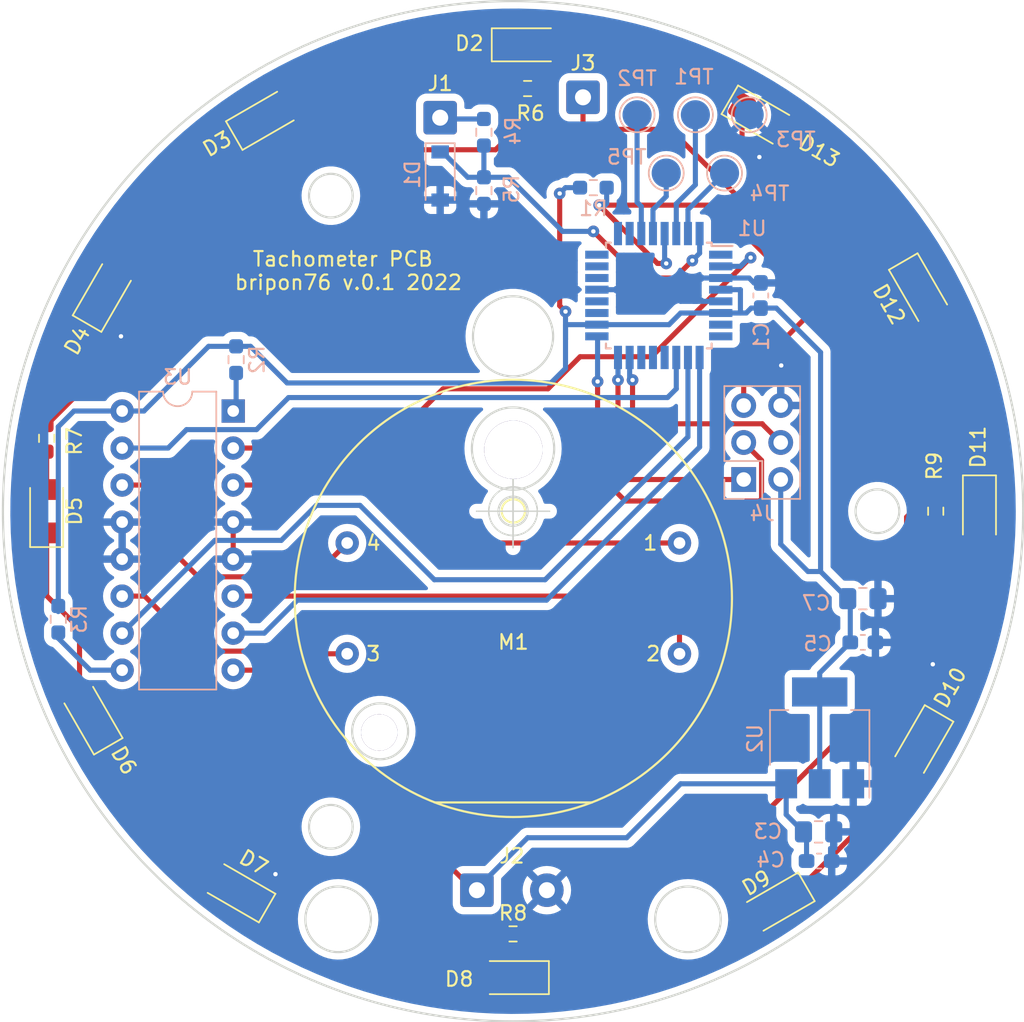
<source format=kicad_pcb>
(kicad_pcb (version 20211014) (generator pcbnew)
  (layers (0 "F.Cu" signal) (31 "B.Cu" signal) (34 "B.Paste" user) (35 "F.Paste" user) (36 "B.SilkS" user "B.Silkscreen") (37 "F.SilkS" user "F.Silkscreen") (38 "B.Mask" user) (39 "F.Mask" user) (44 "Edge.Cuts" user))
  (net 0 "")
  (net 1 "VCC")
  (net 2 "GND")
  (net 3 "Net-(J1-Pad1)")
  (net 4 "+12V")
  (net 5 "/I2C_SCL")
  (net 6 "/I2C_SDA")
  (net 7 "/MISO")
  (net 8 "/A1")
  (net 9 "/STEPPER_A1")
  (net 12 "/STEPPER_A2")
  (net 13 "/STEPPER_B1")
  (net 14 "/STEPPER_B2")
  (net 18 "/SCK")
  (net 19 "/MOSI")
  (net 20 "/RST")
  (net 27 "/UART_RX")
  (net 28 "/UART_TX")
  (net 29 "/TACHO")
  (net 30 "/A2")
  (net 31 "/B1")
  (net 32 "/B2")
  (net 33 "Net-(R2-Pad1)")
  (net 34 "Net-(R3-Pad1)")
  (net 37 "Net-(D2-Pad1)")
  (net 38 "Net-(D2-Pad2)")
  (net 39 "Net-(D3-Pad1)")
  (net 40 "Net-(D5-Pad1)")
  (net 41 "Net-(D5-Pad2)")
  (net 42 "Net-(D6-Pad1)")
  (net 43 "Net-(D8-Pad1)")
  (net 44 "Net-(D8-Pad2)")
  (net 45 "Net-(D10-Pad2)")
  (net 46 "Net-(D11-Pad1)")
  (net 47 "Net-(D11-Pad2)")
  (net 48 "Net-(D12-Pad1)")
  (net 49 "Net-(J3-Pad1)")
  (footprint "Resistor_SMD:R_0603_1608Metric_Pad0.98x0.95mm_HandSolder" (layer "F.Cu") (at 100 129)
    (fp_text reference "R8" (at 0 -1.43) (layer "F.SilkS"))
    (fp_text value "470")
    (pad "1" smd roundrect (at -0.9125 0) (size 0.975 0.95) (layers "F.Cu" "F.Paste" "F.Mask") (net 44 "Net-(D8-Pad2)"))
    (pad "2" smd roundrect (at 0.9125 0) (size 0.975 0.95) (layers "F.Cu" "F.Paste" "F.Mask") (net 49 "Net-(J3-Pad1)"))
  )
  (footprint "LED_SMD:LED_1206_3216Metric_Pad1.42x1.75mm_HandSolder" (layer "F.Cu") (at 71 114 120)
    (fp_text reference "D6" (at -3.834679 0.441858 120) (layer "F.SilkS"))
    (fp_text value "LED_Small")
    (pad "1" smd roundrect (at -1.4875 0 120) (size 1.425 1.75) (layers "F.Cu" "F.Paste" "F.Mask") (roundrect_rratio 0.1754392982) (net 42 "Net-(D6-Pad1)"))
    (pad "2" smd roundrect (at 1.4875 0 120) (size 1.425 1.75) (layers "F.Cu" "F.Paste" "F.Mask") (roundrect_rratio 0.1754392982) (net 40 "Net-(D5-Pad1)"))
  )
  (footprint "LED_SMD:LED_1206_3216Metric_Pad1.42x1.75mm_HandSolder" (layer "F.Cu") (at 81 126 150)
    (fp_text reference "D7" (at -0.08923 2.245448 150) (layer "F.SilkS"))
    (fp_text value "LED_Small")
    (pad "1" smd roundrect (at -1.4875 0 150) (size 1.425 1.75) (layers "F.Cu" "F.Paste" "F.Mask") (roundrect_rratio 0.1754392982) (net 2 "GND"))
    (pad "2" smd roundrect (at 1.4875 0 150) (size 1.425 1.75) (layers "F.Cu" "F.Paste" "F.Mask") (roundrect_rratio 0.1754392982) (net 42 "Net-(D6-Pad1)"))
  )
  (footprint "LED_SMD:LED_1206_3216Metric_Pad1.42x1.75mm_HandSolder" (layer "F.Cu") (at 83 73 30)
    (fp_text reference "D3" (at -3.757884 -0.091154 30) (layer "F.SilkS"))
    (fp_text value "LED_Small")
    (pad "1" smd roundrect (at -1.4875 0 30) (size 1.425 1.75) (layers "F.Cu" "F.Paste" "F.Mask") (roundrect_rratio 0.1754392982) (net 39 "Net-(D3-Pad1)"))
    (pad "2" smd roundrect (at 1.4875 0 30) (size 1.425 1.75) (layers "F.Cu" "F.Paste" "F.Mask") (roundrect_rratio 0.1754392982) (net 37 "Net-(D2-Pad1)"))
  )
  (footprint "LED_SMD:LED_1206_3216Metric_Pad1.42x1.75mm_HandSolder" (layer "F.Cu") (at 117 73 -30)
    (fp_text reference "D13" (at 4.614102 -0.008142 150) (layer "F.SilkS"))
    (fp_text value "LED_Small")
    (pad "1" smd roundrect (at -1.4875 0 330) (size 1.425 1.75) (layers "F.Cu" "F.Paste" "F.Mask") (roundrect_rratio 0.1754392982) (net 2 "GND"))
    (pad "2" smd roundrect (at 1.4875 0 330) (size 1.425 1.75) (layers "F.Cu" "F.Paste" "F.Mask") (roundrect_rratio 0.1754392982) (net 48 "Net-(D12-Pad1)"))
  )
  (footprint "TestPoint:X27-168" (layer "F.Cu") (at 100.02 105.98)
    (fp_text reference "M1" (at 0 3) (layer "F.SilkS"))
    (fp_text value "Stepper_Motor_bipolar")
    (fp_text user "1" (at 9.4 -3.8) (layer "F.SilkS"))
    (fp_text user "4" (at -9.6 -3.8) (layer "F.SilkS"))
    (fp_text user "3" (at -9.6 3.8) (layer "F.SilkS"))
    (fp_text user "2" (at 9.6 3.8) (layer "F.SilkS"))
    (pad "" thru_hole circle (at -9.2 9.2) (size 2.5 2.5) (drill 2.5) (layers *.Cu *.Mask))
    (pad "" thru_hole circle (at 0 -10.2) (size 4 4) (drill 4) (layers *.Cu *.Mask))
    (pad "1" thru_hole circle (at 11.4 -3.8) (size 1.6 1.6) (drill 0.8) (layers *.Cu *.Mask) (net 8 "/A1"))
    (pad "2" thru_hole circle (at 11.4 3.8) (size 1.6 1.6) (drill 0.8) (layers *.Cu *.Mask) (net 30 "/A2"))
    (pad "3" thru_hole circle (at -11.4 3.8) (size 1.6 1.6) (drill 0.8) (layers *.Cu *.Mask) (net 31 "/B1"))
    (pad "4" thru_hole circle (at -11.4 -3.8) (size 1.6 1.6) (drill 0.8) (layers *.Cu *.Mask) (net 32 "/B2"))
  )
  (footprint "LED_SMD:LED_1206_3216Metric_Pad1.42x1.75mm_HandSolder" (layer "F.Cu") (at 118 127 -150)
    (fp_text reference "D9" (at 0.375833 1.949038 30) (layer "F.SilkS"))
    (fp_text value "LED_Small")
    (pad "1" smd roundrect (at -1.4875 0 210) (size 1.425 1.75) (layers "F.Cu" "F.Paste" "F.Mask") (roundrect_rratio 0.1754392982) (net 45 "Net-(D10-Pad2)"))
    (pad "2" smd roundrect (at 1.4875 0 210) (size 1.425 1.75) (layers "F.Cu" "F.Paste" "F.Mask") (roundrect_rratio 0.1754392982) (net 43 "Net-(D8-Pad1)"))
  )
  (footprint "LED_SMD:LED_1206_3216Metric_Pad1.42x1.75mm_HandSolder" (layer "F.Cu") (at 72 85 60)
    (fp_text reference "D4" (at -3.807884 0.004552 60) (layer "F.SilkS"))
    (fp_text value "LED_Small")
    (pad "1" smd roundrect (at -1.4875 0 60) (size 1.425 1.75) (layers "F.Cu" "F.Paste" "F.Mask") (roundrect_rratio 0.1754392982) (net 2 "GND"))
    (pad "2" smd roundrect (at 1.4875 0 60) (size 1.425 1.75) (layers "F.Cu" "F.Paste" "F.Mask") (roundrect_rratio 0.1754392982) (net 39 "Net-(D3-Pad1)"))
  )
  (footprint "Resistor_SMD:R_0603_1608Metric_Pad0.98x0.95mm_HandSolder" (layer "F.Cu") (at 129 100 90)
    (fp_text reference "R9" (at 3.1 -0.1 90) (layer "F.SilkS"))
    (fp_text value "470")
    (pad "1" smd roundrect (at -0.9125 0 90) (size 0.975 0.95) (layers "F.Cu" "F.Paste" "F.Mask") (net 47 "Net-(D11-Pad2)"))
    (pad "2" smd roundrect (at 0.9125 0 90) (size 0.975 0.95) (layers "F.Cu" "F.Paste" "F.Mask") (net 49 "Net-(J3-Pad1)"))
  )
  (footprint "Connector_Wire:SolderWire-0.5sqmm_1x01_D0.9mm_OD2.3mm" (layer "F.Cu") (at 104.8 71.6)
    (fp_text reference "J3" (at 0 -2.35) (layer "F.SilkS"))
    (fp_text value "Light in")
    (pad "1" thru_hole roundrect (at 0 0) (size 2.3 2.3) (drill 1.1) (layers *.Cu *.Mask) (roundrect_rratio 0.108696087) (net 49 "Net-(J3-Pad1)"))
  )
  (footprint "LED_SMD:LED_1206_3216Metric_Pad1.42x1.75mm_HandSolder" (layer "F.Cu") (at 100 132 180)
    (fp_text reference "D8" (at 3.7 -0.1) (layer "F.SilkS"))
    (fp_text value "LED_Small")
    (pad "1" smd roundrect (at -1.4875 0 180) (size 1.425 1.75) (layers "F.Cu" "F.Paste" "F.Mask") (roundrect_rratio 0.1754392982) (net 43 "Net-(D8-Pad1)"))
    (pad "2" smd roundrect (at 1.4875 0 180) (size 1.425 1.75) (layers "F.Cu" "F.Paste" "F.Mask") (roundrect_rratio 0.1754392982) (net 44 "Net-(D8-Pad2)"))
  )
  (footprint "LED_SMD:LED_1206_3216Metric_Pad1.42x1.75mm_HandSolder" (layer "F.Cu") (at 101 68)
    (fp_text reference "D2" (at -4 -0.1) (layer "F.SilkS"))
    (fp_text value "LED_Small")
    (pad "1" smd roundrect (at -1.4875 0) (size 1.425 1.75) (layers "F.Cu" "F.Paste" "F.Mask") (roundrect_rratio 0.1754392982) (net 37 "Net-(D2-Pad1)"))
    (pad "2" smd roundrect (at 1.4875 0) (size 1.425 1.75) (layers "F.Cu" "F.Paste" "F.Mask") (roundrect_rratio 0.1754392982) (net 38 "Net-(D2-Pad2)"))
  )
  (footprint "LED_SMD:LED_1206_3216Metric_Pad1.42x1.75mm_HandSolder" (layer "F.Cu") (at 128 85 -60)
    (fp_text reference "D12" (at -0.40718 2.305256 120) (layer "F.SilkS"))
    (fp_text value "LED_Small")
    (pad "1" smd roundrect (at -1.4875 0 300) (size 1.425 1.75) (layers "F.Cu" "F.Paste" "F.Mask") (roundrect_rratio 0.1754392982) (net 48 "Net-(D12-Pad1)"))
    (pad "2" smd roundrect (at 1.4875 0 300) (size 1.425 1.75) (layers "F.Cu" "F.Paste" "F.Mask") (roundrect_rratio 0.1754392982) (net 46 "Net-(D11-Pad1)"))
  )
  (footprint "Resistor_SMD:R_0603_1608Metric_Pad0.98x0.95mm_HandSolder" (layer "F.Cu") (at 68 95 90)
    (fp_text reference "R7" (at -0.2 1.9 90) (layer "F.SilkS"))
    (fp_text value "470")
    (pad "1" smd roundrect (at -0.9125 0 90) (size 0.975 0.95) (layers "F.Cu" "F.Paste" "F.Mask") (net 41 "Net-(D5-Pad2)"))
    (pad "2" smd roundrect (at 0.9125 0 90) (size 0.975 0.95) (layers "F.Cu" "F.Paste" "F.Mask") (net 49 "Net-(J3-Pad1)"))
  )
  (footprint "Resistor_SMD:R_0603_1608Metric_Pad0.98x0.95mm_HandSolder" (layer "F.Cu") (at 101 71 180)
    (fp_text reference "R6" (at -0.2 -1.7) (layer "F.SilkS"))
    (fp_text value "470")
    (pad "1" smd roundrect (at -0.9125 0 180) (size 0.975 0.95) (layers "F.Cu" "F.Paste" "F.Mask") (net 38 "Net-(D2-Pad2)"))
    (pad "2" smd roundrect (at 0.9125 0 180) (size 0.975 0.95) (layers "F.Cu" "F.Paste" "F.Mask") (net 49 "Net-(J3-Pad1)"))
  )
  (footprint "LED_SMD:LED_1206_3216Metric_Pad1.42x1.75mm_HandSolder" (layer "F.Cu") (at 68 100 90)
    (fp_text reference "D5" (at 0 1.9 90) (layer "F.SilkS"))
    (fp_text value "LED_Small")
    (pad "1" smd roundrect (at -1.4875 0 90) (size 1.425 1.75) (layers "F.Cu" "F.Paste" "F.Mask") (roundrect_rratio 0.1754392982) (net 40 "Net-(D5-Pad1)"))
    (pad "2" smd roundrect (at 1.4875 0 90) (size 1.425 1.75) (layers "F.Cu" "F.Paste" "F.Mask") (roundrect_rratio 0.1754392982) (net 41 "Net-(D5-Pad2)"))
  )
  (footprint "LED_SMD:LED_1206_3216Metric_Pad1.42x1.75mm_HandSolder" (layer "F.Cu") (at 128 116 -120)
    (fp_text reference "D10" (at -4.377499 0.217949 60) (layer "F.SilkS"))
    (fp_text value "LED_Small")
    (pad "1" smd roundrect (at -1.4875 0 240) (size 1.425 1.75) (layers "F.Cu" "F.Paste" "F.Mask") (roundrect_rratio 0.1754392982) (net 2 "GND"))
    (pad "2" smd roundrect (at 1.4875 0 240) (size 1.425 1.75) (layers "F.Cu" "F.Paste" "F.Mask") (roundrect_rratio 0.1754392982) (net 45 "Net-(D10-Pad2)"))
  )
  (footprint "LED_SMD:LED_1206_3216Metric_Pad1.42x1.75mm_HandSolder" (layer "F.Cu") (at 132 100 -90)
    (fp_text reference "D11" (at -4.4 0.1 90) (layer "F.SilkS"))
    (fp_text value "LED_Small")
    (pad "1" smd roundrect (at -1.4875 0 270) (size 1.425 1.75) (layers "F.Cu" "F.Paste" "F.Mask") (roundrect_rratio 0.1754392982) (net 46 "Net-(D11-Pad1)"))
    (pad "2" smd roundrect (at 1.4875 0 270) (size 1.425 1.75) (layers "F.Cu" "F.Paste" "F.Mask") (roundrect_rratio 0.1754392982) (net 47 "Net-(D11-Pad2)"))
  )
  (footprint "Connector_Wire:SolderWire-0.5sqmm_1x02_P4.8mm_D0.9mm_OD2.3mm" (layer "F.Cu") (at 97.52 126)
    (fp_text reference "J2" (at 2.4 -2.35) (layer "F.SilkS"))
    (fp_text value "Voltage In")
    (pad "1" thru_hole roundrect (at 0 0) (size 2.3 2.3) (drill 1.1) (layers *.Cu *.Mask) (roundrect_rratio 0.108696087) (net 4 "+12V"))
    (pad "2" thru_hole circle (at 4.8 0) (size 2.3 2.3) (drill 1.1) (layers *.Cu *.Mask) (net 2 "GND"))
  )
  (footprint "Connector_Wire:SolderWire-0.5sqmm_1x01_D0.9mm_OD2.3mm" (layer "F.Cu") (at 95 73)
    (fp_text reference "J1" (at 0 -2.35) (layer "F.SilkS"))
    (fp_text value "RPM In")
    (pad "1" thru_hole roundrect (at 0 0) (size 2.3 2.3) (drill 1.1) (layers *.Cu *.Mask) (roundrect_rratio 0.108696087) (net 3 "Net-(J1-Pad1)"))
  )
  (footprint "Resistor_SMD:R_0603_1608Metric_Pad0.98x0.95mm_HandSolder" (layer "B.Cu") (at 105.51 77.8)
    (fp_text reference "R1" (at 0 1.43) (layer "B.SilkS") (effects (justify mirror)))
    (fp_text value "10K")
    (pad "1" smd roundrect (at -0.9125 0) (size 0.975 0.95) (layers "B.Cu" "B.Paste" "B.Mask") (net 1 "VCC"))
    (pad "2" smd roundrect (at 0.9125 0) (size 0.975 0.95) (layers "B.Cu" "B.Paste" "B.Mask") (net 20 "/RST"))
  )
  (footprint "Capacitor_SMD:C_0603_1608Metric_Pad1.08x0.95mm_HandSolder" (layer "B.Cu") (at 117 85.2 90)
    (fp_text reference "C1" (at -2.8125 0.04 90) (layer "B.SilkS") (effects (justify mirror)))
    (fp_text value "100nF")
    (pad "1" smd roundrect (at -0.8625 0 90) (size 1.075 0.95) (layers "B.Cu" "B.Paste" "B.Mask") (net 1 "VCC"))
    (pad "2" smd roundrect (at 0.8625 0 90) (size 1.075 0.95) (layers "B.Cu" "B.Paste" "B.Mask") (net 2 "GND"))
  )
  (footprint "Resistor_SMD:R_0603_1608Metric_Pad0.98x0.95mm_HandSolder" (layer "B.Cu") (at 81 89.6 90)
    (fp_text reference "R2" (at 0 1.43 90) (layer "B.SilkS") (effects (justify mirror)))
    (fp_text value "10K")
    (pad "1" smd roundrect (at -0.9125 0 90) (size 0.975 0.95) (layers "B.Cu" "B.Paste" "B.Mask") (net 33 "Net-(R2-Pad1)"))
    (pad "2" smd roundrect (at 0.9125 0 90) (size 0.975 0.95) (layers "B.Cu" "B.Paste" "B.Mask") (net 1 "VCC"))
  )
  (footprint "Capacitor_SMD:C_0603_1608Metric_Pad1.08x0.95mm_HandSolder" (layer "B.Cu") (at 124 109)
    (fp_text reference "C5" (at -3.1 0.1) (layer "B.SilkS") (effects (justify mirror)))
    (fp_text value "100nF")
    (pad "1" smd roundrect (at -0.8625 0) (size 1.075 0.95) (layers "B.Cu" "B.Paste" "B.Mask") (net 1 "VCC"))
    (pad "2" smd roundrect (at 0.8625 0) (size 1.075 0.95) (layers "B.Cu" "B.Paste" "B.Mask") (net 2 "GND"))
  )
  (footprint "TestPoint:TestPoint_Pad_D2.0mm" (layer "B.Cu") (at 110.51 76.8 180)
    (fp_text reference "TP5" (at 2.71 1.1) (layer "B.SilkS") (effects (justify mirror)))
    (fp_text value "TestPoint")
    (pad "1" smd circle (at 0 0 180) (size 2 2) (layers "B.Cu" "B.Mask") (net 5 "/I2C_SCL"))
  )
  (footprint "Resistor_SMD:R_0603_1608Metric_Pad0.98x0.95mm_HandSolder" (layer "B.Cu") (at 98 78 -90)
    (fp_text reference "R5" (at -0.1 -1.9 90) (layer "B.SilkS") (effects (justify mirror)))
    (fp_text value "2.2k")
    (pad "1" smd roundrect (at -0.9125 0 270) (size 0.975 0.95) (layers "B.Cu" "B.Paste" "B.Mask") (net 29 "/TACHO"))
    (pad "2" smd roundrect (at 0.9125 0 270) (size 0.975 0.95) (layers "B.Cu" "B.Paste" "B.Mask") (net 2 "GND"))
  )
  (footprint "Capacitor_SMD:C_0805_2012Metric_Pad1.18x1.45mm_HandSolder" (layer "B.Cu") (at 124 106)
    (fp_text reference "C7" (at -3.2 0.3) (layer "B.SilkS") (effects (justify mirror)))
    (fp_text value "10µF")
    (pad "1" smd roundrect (at -1.0375 0) (size 1.175 1.45) (layers "B.Cu" "B.Paste" "B.Mask") (roundrect_rratio 0.2127659574) (net 1 "VCC"))
    (pad "2" smd roundrect (at 1.0375 0) (size 1.175 1.45) (layers "B.Cu" "B.Paste" "B.Mask") (roundrect_rratio 0.2127659574) (net 2 "GND"))
  )
  (footprint "Capacitor_SMD:C_0805_2012Metric_Pad1.18x1.45mm_HandSolder" (layer "B.Cu") (at 120.9625 122)
    (fp_text reference "C3" (at -3.4775 -0.03) (layer "B.SilkS") (effects (justify mirror)))
    (fp_text value "10µF")
    (pad "1" smd roundrect (at -1.0375 0) (size 1.175 1.45) (layers "B.Cu" "B.Paste" "B.Mask") (roundrect_rratio 0.2127659574) (net 4 "+12V"))
    (pad "2" smd roundrect (at 1.0375 0) (size 1.175 1.45) (layers "B.Cu" "B.Paste" "B.Mask") (roundrect_rratio 0.2127659574) (net 2 "GND"))
  )
  (footprint "Capacitor_SMD:C_0603_1608Metric_Pad1.08x0.95mm_HandSolder" (layer "B.Cu") (at 121 124)
    (fp_text reference "C4" (at -3.32 -0.08) (layer "B.SilkS") (effects (justify mirror)))
    (fp_text value "100nF")
    (pad "1" smd roundrect (at -0.8625 0) (size 1.075 0.95) (layers "B.Cu" "B.Paste" "B.Mask") (net 4 "+12V"))
    (pad "2" smd roundrect (at 0.8625 0) (size 1.075 0.95) (layers "B.Cu" "B.Paste" "B.Mask") (net 2 "GND"))
  )
  (footprint "Resistor_SMD:R_0603_1608Metric_Pad0.98x0.95mm_HandSolder" (layer "B.Cu") (at 98 74 -90)
    (fp_text reference "R4" (at -0.1 -2 90) (layer "B.SilkS") (effects (justify mirror)))
    (fp_text value "3.3k")
    (pad "1" smd roundrect (at -0.9125 0 270) (size 0.975 0.95) (layers "B.Cu" "B.Paste" "B.Mask") (net 3 "Net-(J1-Pad1)"))
    (pad "2" smd roundrect (at 0.9125 0 270) (size 0.975 0.95) (layers "B.Cu" "B.Paste" "B.Mask") (net 29 "/TACHO"))
  )
  (footprint "TestPoint:TestPoint_Pad_D2.0mm" (layer "B.Cu") (at 108.51 72.8 180)
    (fp_text reference "TP2" (at 0.01 2.5) (layer "B.SilkS") (effects (justify mirror)))
    (fp_text value "TestPoint")
    (pad "1" smd circle (at 0 0 180) (size 2 2) (layers "B.Cu" "B.Mask") (net 6 "/I2C_SDA"))
  )
  (footprint "Package_TO_SOT_SMD:SOT-223-3_TabPin2" (layer "B.Cu") (at 121.04 115.55 90)
    (fp_text reference "U2" (at -0.05 -4.44 90) (layer "B.SilkS") (effects (justify mirror)))
    (fp_text value "AMS1117-5.0")
    (pad "1" smd rect (at -3.15 2.3 90) (size 2 1.5) (layers "B.Cu" "B.Paste" "B.Mask") (net 2 "GND"))
    (pad "2" smd rect (at -3.15 0 90) (size 2 1.5) (layers "B.Cu" "B.Paste" "B.Mask") (net 1 "VCC"))
    (pad "2" smd rect (at 3.15 0 90) (size 2 3.8) (layers "B.Cu" "B.Paste" "B.Mask") (net 1 "VCC"))
    (pad "3" smd rect (at -3.15 -2.3 90) (size 2 1.5) (layers "B.Cu" "B.Paste" "B.Mask") (net 4 "+12V"))
  )
  (footprint "TestPoint:TestPoint_Pad_D2.0mm" (layer "B.Cu") (at 114.51 76.8 180)
    (fp_text reference "TP4" (at -3.09 -1.4) (layer "B.SilkS") (effects (justify mirror)))
    (fp_text value "TestPoint")
    (pad "1" smd circle (at 0 0 180) (size 2 2) (layers "B.Cu" "B.Mask") (net 28 "/UART_TX"))
  )
  (footprint "Connector_PinHeader_2.54mm:PinHeader_2x03_P2.54mm_Vertical" (layer "B.Cu") (at 115.825 97.825)
    (fp_text reference "J4" (at 1.27 2.33) (layer "B.SilkS") (effects (justify mirror)))
    (fp_text value "AVR-ISP-6")
    (pad "1" thru_hole rect (at 0 0) (size 1.7 1.7) (drill 1) (layers *.Cu *.Mask) (net 7 "/MISO"))
    (pad "2" thru_hole oval (at 2.54 0) (size 1.7 1.7) (drill 1) (layers *.Cu *.Mask) (net 1 "VCC"))
    (pad "3" thru_hole oval (at 0 -2.54) (size 1.7 1.7) (drill 1) (layers *.Cu *.Mask) (net 18 "/SCK"))
    (pad "4" thru_hole oval (at 2.54 -2.54) (size 1.7 1.7) (drill 1) (layers *.Cu *.Mask) (net 19 "/MOSI"))
    (pad "5" thru_hole oval (at 0 -5.08) (size 1.7 1.7) (drill 1) (layers *.Cu *.Mask) (net 20 "/RST"))
    (pad "6" thru_hole oval (at 2.54 -5.08) (size 1.7 1.7) (drill 1) (layers *.Cu *.Mask) (net 2 "GND"))
  )
  (footprint "Resistor_SMD:R_0603_1608Metric_Pad0.98x0.95mm_HandSolder" (layer "B.Cu") (at 68.8 107.4125 90)
    (fp_text reference "R3" (at 0 1.43 90) (layer "B.SilkS") (effects (justify mirror)))
    (fp_text value "10K")
    (pad "1" smd roundrect (at -0.9125 0 90) (size 0.975 0.95) (layers "B.Cu" "B.Paste" "B.Mask") (net 34 "Net-(R3-Pad1)"))
    (pad "2" smd roundrect (at 0.9125 0 90) (size 0.975 0.95) (layers "B.Cu" "B.Paste" "B.Mask") (net 1 "VCC"))
  )
  (footprint "TestPoint:TestPoint_Pad_D2.0mm" (layer "B.Cu") (at 116.2 72.8 180)
    (fp_text reference "TP3" (at -3.2 -1.7) (layer "B.SilkS") (effects (justify mirror)))
    (fp_text value "TestPoint")
    (pad "1" smd circle (at 0 0 180) (size 2 2) (layers "B.Cu" "B.Mask") (net 2 "GND"))
  )
  (footprint "Package_DIP:DIP-16_W7.62mm" (layer "B.Cu") (at 80.8 93.125 180)
    (fp_text reference "U3" (at 3.81 2.33) (layer "B.SilkS") (effects (justify mirror)))
    (fp_text value "L293D")
    (pad "1" thru_hole rect (at 0 0 180) (size 1.6 1.6) (drill 0.8) (layers *.Cu *.Mask) (net 33 "Net-(R2-Pad1)"))
    (pad "2" thru_hole oval (at 0 -2.54 180) (size 1.6 1.6) (drill 0.8) (layers *.Cu *.Mask) (net 9 "/STEPPER_A1"))
    (pad "3" thru_hole oval (at 0 -5.08 180) (size 1.6 1.6) (drill 0.8) (layers *.Cu *.Mask) (net 8 "/A1"))
    (pad "4" thru_hole oval (at 0 -7.62 180) (size 1.6 1.6) (drill 0.8) (layers *.Cu *.Mask) (net 2 "GND"))
    (pad "5" thru_hole oval (at 0 -10.16 180) (size 1.6 1.6) (drill 0.8) (layers *.Cu *.Mask) (net 2 "GND"))
    (pad "6" thru_hole oval (at 0 -12.7 180) (size 1.6 1.6) (drill 0.8) (layers *.Cu *.Mask) (net 30 "/A2"))
    (pad "7" thru_hole oval (at 0 -15.24 180) (size 1.6 1.6) (drill 0.8) (layers *.Cu *.Mask) (net 12 "/STEPPER_A2"))
    (pad "8" thru_hole oval (at 0 -17.78 180) (size 1.6 1.6) (drill 0.8) (layers *.Cu *.Mask) (net 4 "+12V"))
    (pad "9" thru_hole oval (at 7.62 -17.78 180) (size 1.6 1.6) (drill 0.8) (layers *.Cu *.Mask) (net 34 "Net-(R3-Pad1)"))
    (pad "10" thru_hole oval (at 7.62 -15.24 180) (size 1.6 1.6) (drill 0.8) (layers *.Cu *.Mask) (net 13 "/STEPPER_B1"))
    (pad "11" thru_hole oval (at 7.62 -12.7 180) (size 1.6 1.6) (drill 0.8) (layers *.Cu *.Mask) (net 31 "/B1"))
    (pad "12" thru_hole oval (at 7.62 -10.16 180) (size 1.6 1.6) (drill 0.8) (layers *.Cu *.Mask) (net 2 "GND"))
    (pad "13" thru_hole oval (at 7.62 -7.62 180) (size 1.6 1.6) (drill 0.8) (layers *.Cu *.Mask) (net 2 "GND"))
    (pad "14" thru_hole oval (at 7.62 -5.08 180) (size 1.6 1.6) (drill 0.8) (layers *.Cu *.Mask) (net 32 "/B2"))
    (pad "15" thru_hole oval (at 7.62 -2.54 180) (size 1.6 1.6) (drill 0.8) (layers *.Cu *.Mask) (net 14 "/STEPPER_B2"))
    (pad "16" thru_hole oval (at 7.62 0 180) (size 1.6 1.6) (drill 0.8) (layers *.Cu *.Mask) (net 1 "VCC"))
  )
  (footprint "Package_QFP:TQFP-32_7x7mm_P0.8mm" (layer "B.Cu") (at 110 85.2 180)
    (fp_text reference "U1" (at -6.4 4.6) (layer "B.SilkS") (effects (justify mirror)))
    (fp_text value "ATmega328P-A")
    (pad "1" smd rect (at -4.25 2.8 180) (size 1.6 0.55) (layers "B.Cu" "B.Paste" "B.Mask"))
    (pad "2" smd rect (at -4.25 2 180) (size 1.6 0.55) (layers "B.Cu" "B.Paste" "B.Mask") (net 9 "/STEPPER_A1"))
    (pad "3" smd rect (at -4.25 1.2 180) (size 1.6 0.55) (layers "B.Cu" "B.Paste" "B.Mask") (net 2 "GND"))
    (pad "4" smd rect (at -4.25 0.4 180) (size 1.6 0.55) (layers "B.Cu" "B.Paste" "B.Mask") (net 1 "VCC"))
    (pad "5" smd rect (at -4.25 -0.4 180) (size 1.6 0.55) (layers "B.Cu" "B.Paste" "B.Mask") (net 2 "GND"))
    (pad "6" smd rect (at -4.25 -1.2 180) (size 1.6 0.55) (layers "B.Cu" "B.Paste" "B.Mask") (net 1 "VCC"))
    (pad "7" smd rect (at -4.25 -2 180) (size 1.6 0.55) (layers "B.Cu" "B.Paste" "B.Mask"))
    (pad "8" smd rect (at -4.25 -2.8 180) (size 1.6 0.55) (layers "B.Cu" "B.Paste" "B.Mask"))
    (pad "9" smd rect (at -2.8 -4.25 90) (size 1.6 0.55) (layers "B.Cu" "B.Paste" "B.Mask") (net 12 "/STEPPER_A2"))
    (pad "10" smd rect (at -2 -4.25 90) (size 1.6 0.55) (layers "B.Cu" "B.Paste" "B.Mask") (net 13 "/STEPPER_B1"))
    (pad "11" smd rect (at -1.2 -4.25 90) (size 1.6 0.55) (layers "B.Cu" "B.Paste" "B.Mask") (net 14 "/STEPPER_B2"))
    (pad "12" smd rect (at -0.4 -4.25 90) (size 1.6 0.55) (layers "B.Cu" "B.Paste" "B.Mask"))
    (pad "13" smd rect (at 0.4 -4.25 90) (size 1.6 0.55) (layers "B.Cu" "B.Paste" "B.Mask"))
    (pad "14" smd rect (at 1.2 -4.25 90) (size 1.6 0.55) (layers "B.Cu" "B.Paste" "B.Mask"))
    (pad "15" smd rect (at 2 -4.25 90) (size 1.6 0.55) (layers "B.Cu" "B.Paste" "B.Mask") (net 19 "/MOSI"))
    (pad "16" smd rect (at 2.8 -4.25 90) (size 1.6 0.55) (layers "B.Cu" "B.Paste" "B.Mask") (net 7 "/MISO"))
    (pad "17" smd rect (at 4.25 -2.8 180) (size 1.6 0.55) (layers "B.Cu" "B.Paste" "B.Mask") (net 18 "/SCK"))
    (pad "18" smd rect (at 4.25 -2 180) (size 1.6 0.55) (layers "B.Cu" "B.Paste" "B.Mask") (net 1 "VCC"))
    (pad "19" smd rect (at 4.25 -1.2 180) (size 1.6 0.55) (layers "B.Cu" "B.Paste" "B.Mask"))
    (pad "20" smd rect (at 4.25 -0.4 180) (size 1.6 0.55) (layers "B.Cu" "B.Paste" "B.Mask"))
    (pad "21" smd rect (at 4.25 0.4 180) (size 1.6 0.55) (layers "B.Cu" "B.Paste" "B.Mask") (net 2 "GND"))
    (pad "22" smd rect (at 4.25 1.2 180) (size 1.6 0.55) (layers "B.Cu" "B.Paste" "B.Mask"))
    (pad "23" smd rect (at 4.25 2 180) (size 1.6 0.55) (layers "B.Cu" "B.Paste" "B.Mask"))
    (pad "24" smd rect (at 4.25 2.8 180) (size 1.6 0.55) (layers "B.Cu" "B.Paste" "B.Mask"))
    (pad "25" smd rect (at 2.8 4.25 90) (size 1.6 0.55) (layers "B.Cu" "B.Paste" "B.Mask"))
    (pad "26" smd rect (at 2 4.25 90) (size 1.6 0.55) (layers "B.Cu" "B.Paste" "B.Mask"))
    (pad "27" smd rect (at 1.2 4.25 90) (size 1.6 0.55) (layers "B.Cu" "B.Paste" "B.Mask") (net 6 "/I2C_SDA"))
    (pad "28" smd rect (at 0.4 4.25 90) (size 1.6 0.55) (layers "B.Cu" "B.Paste" "B.Mask") (net 5 "/I2C_SCL"))
    (pad "29" smd rect (at -0.4 4.25 90) (size 1.6 0.55) (layers "B.Cu" "B.Paste" "B.Mask") (net 20 "/RST"))
    (pad "30" smd rect (at -1.2 4.25 90) (size 1.6 0.55) (layers "B.Cu" "B.Paste" "B.Mask") (net 27 "/UART_RX"))
    (pad "31" smd rect (at -2 4.25 90) (size 1.6 0.55) (layers "B.Cu" "B.Paste" "B.Mask") (net 28 "/UART_TX"))
    (pad "32" smd rect (at -2.8 4.25 90) (size 1.6 0.55) (layers "B.Cu" "B.Paste" "B.Mask") (net 29 "/TACHO"))
  )
  (footprint "Diode_SMD:D_SOD-123" (layer "B.Cu") (at 95 77 -90)
    (fp_text reference "D1" (at -0.1 1.9 90) (layer "B.SilkS") (effects (justify mirror)))
    (fp_text value "5V1")
    (pad "1" smd rect (at -1.65 0 270) (size 0.9 1.2) (layers "B.Cu" "B.Paste" "B.Mask") (net 29 "/TACHO"))
    (pad "2" smd rect (at 1.65 0 270) (size 0.9 1.2) (layers "B.Cu" "B.Paste" "B.Mask") (net 2 "GND"))
  )
  (footprint "TestPoint:TestPoint_Pad_D2.0mm" (layer "B.Cu") (at 112.51 72.8 180)
    (fp_text reference "TP1" (at 0.11 2.6) (layer "B.SilkS") (effects (justify mirror)))
    (fp_text value "TestPoint")
    (pad "1" smd circle (at 0 0 180) (size 2 2) (layers "B.Cu" "B.Mask") (net 27 "/UART_RX"))
  )
  (gr_circle (center 87.5 78.35) (end 89 78.35) (layer "Edge.Cuts") (width 0.15) (fill none))
  (gr_circle (center 88 128) (end 90.25 128) (layer "Edge.Cuts") (width 0.15) (fill none))
  (gr_circle (center 87.5 121.65) (end 89 121.65) (layer "Edge.Cuts") (width 0.15) (fill none))
  (gr_circle (center 100 88) (end 102.75 88) (layer "Edge.Cuts") (width 0.15) (fill none))
  (gr_circle (center 100 100) (end 101 100) (layer "Edge.Cuts") (width 0.15) (fill none))
  (gr_circle (center 100 95.7) (end 102.823119 95.7) (layer "Edge.Cuts") (width 0.15) (fill none))
  (gr_circle (center 125 100) (end 126.5 100) (layer "Edge.Cuts") (width 0.15) (fill none))
  (gr_circle (center 112 128) (end 114.25 128) (layer "Edge.Cuts") (width 0.15) (fill none))
  (gr_circle (center 100 100) (end 135 100) (layer "Edge.Cuts") (width 0.15) (fill none))
  (gr_circle (center 90.879063 115.1) (end 92.8 115.1) (layer "Edge.Cuts") (width 0.15) (fill none))
  (gr_text "Tachometer PCB \nbripon76 v.0.1 2022" (at 88.7 83.5) (layer "F.SilkS") (effects (font (size 1 1))))
  (target plus (at 100 100) (size 5) (width 0.1) (layer "Edge.Cuts"))
  (target plus (at 100 100) (size 5) (width 0.1) (layer "Edge.Cuts"))
  (segment (start 103.2 85.9) (end 103.6 86.3) (width 0.35) (layer "F.Cu") (net 1))
  (segment (start 103.2 78.2) (end 103.2 85.9) (width 0.35) (layer "F.Cu") (net 1))
  (via (at 103.2 78.2) (size 0.8) (drill 0.3) (layers "F.Cu" "B.Cu") (net 1))
  (via (at 103.6 86.3) (size 0.8) (drill 0.3) (layers "F.Cu" "B.Cu") (net 1))
  (segment (start 118.365 102.265) (end 120.2375 104.1375) (width 0.35) (layer "B.Cu") (net 1))
  (segment (start 121.04 111.0975) (end 123.1375 109) (width 0.35) (layer "B.Cu") (net 1))
  (segment (start 115.6 86.4) (end 114.25 86.4) (width 0.35) (layer "B.Cu") (net 1))
  (segment (start 84.5 91.2) (end 81.9875 88.6875) (width 0.35) (layer "B.Cu") (net 1))
  (segment (start 115.6 84.8) (end 115.6 86.4) (width 0.35) (layer "B.Cu") (net 1))
  (segment (start 117 86.0625) (end 118.0625 86.0625) (width 0.35) (layer "B.Cu") (net 1))
  (segment (start 103.6 77.8) (end 103.2 78.2) (width 0.35) (layer "B.Cu") (net 1))
  (segment (start 121.04 112.4) (end 121.04 111.0975) (width 0.35) (layer "B.Cu") (net 1))
  (segment (start 81.9875 88.6875) (end 79.1125 88.6875) (width 0.35) (layer "B.Cu") (net 1))
  (segment (start 121.1 104.1375) (end 122.9625 106) (width 0.35) (layer "B.Cu") (net 1))
  (segment (start 74.675 93.125) (end 73.18 93.125) (width 0.35) (layer "B.Cu") (net 1))
  (segment (start 123.1375 109) (end 123.1375 106.175) (width 0.35) (layer "B.Cu") (net 1))
  (segment (start 118.365 97.825) (end 118.365 102.265) (width 0.35) (layer "B.Cu") (net 1))
  (segment (start 114.25 86.4) (end 111.5 86.4) (width 0.35) (layer "B.Cu") (net 1))
  (segment (start 103.6 86.3) (end 103.6 88.2) (width 0.35) (layer "B.Cu") (net 1))
  (segment (start 121.1 89.1) (end 121.1 104.1375) (width 0.35) (layer "B.Cu") (net 1))
  (segment (start 120.2375 104.1375) (end 121.1 104.1375) (width 0.35) (layer "B.Cu") (net 1))
  (segment (start 118.0625 86.0625) (end 121.1 89.1) (width 0.35) (layer "B.Cu") (net 1))
  (segment (start 110.7 87.2) (end 105.75 87.2) (width 0.35) (layer "B.Cu") (net 1))
  (segment (start 116 86.4) (end 115.6 86.4) (width 0.35) (layer "B.Cu") (net 1))
  (segment (start 103.6 88.2) (end 103.6 87.2) (width 0.35) (layer "B.Cu") (net 1))
  (segment (start 111.5 86.4) (end 110.7 87.2) (width 0.35) (layer "B.Cu") (net 1))
  (segment (start 73.18 93.125) (end 69.875 93.125) (width 0.35) (layer "B.Cu") (net 1))
  (segment (start 103.6 90.2) (end 102.6 91.2) (width 0.35) (layer "B.Cu") (net 1))
  (segment (start 103.6 88.2) (end 103.6 90.2) (width 0.35) (layer "B.Cu") (net 1))
  (segment (start 103.6 87.2) (end 105.75 87.2) (width 0.35) (layer "B.Cu") (net 1))
  (segment (start 69.875 93.125) (end 68.8 94.2) (width 0.35) (layer "B.Cu") (net 1))
  (segment (start 102.6 91.2) (end 84.5 91.2) (width 0.35) (layer "B.Cu") (net 1))
  (segment (start 123.1375 106.175) (end 122.9625 106) (width 0.35) (layer "B.Cu") (net 1))
  (segment (start 79.1125 88.6875) (end 74.675 93.125) (width 0.35) (layer "B.Cu") (net 1))
  (segment (start 121.04 112.4) (end 121.04 118.7) (width 0.35) (layer "B.Cu") (net 1))
  (segment (start 116.3375 86.0625) (end 116 86.4) (width 0.35) (layer "B.Cu") (net 1))
  (segment (start 117 86.0625) (end 116.3375 86.0625) (width 0.35) (layer "B.Cu") (net 1))
  (segment (start 68.8 94.2) (end 68.8 106.8875) (width 0.35) (layer "B.Cu") (net 1))
  (segment (start 114.25 84.8) (end 115.6 84.8) (width 0.35) (layer "B.Cu") (net 1))
  (segment (start 104.5975 77.8) (end 103.6 77.8) (width 0.35) (layer "B.Cu") (net 1))
  (segment (start 118.365 90.035) (end 118.4 90) (width 0.35) (layer "F.Cu") (net 2))
  (segment (start 71.25625 86.288213) (end 71.388213 86.288213) (width 0.35) (layer "F.Cu") (net 2))
  (segment (start 115.711787 74.511787) (end 116.9 75.7) (width 0.35) (layer "F.Cu") (net 2))
  (segment (start 80.8 100.745) (end 80.8 103.285) (width 0.35) (layer "F.Cu") (net 2))
  (segment (start 118.365 92.745) (end 118.365 90.035) (width 0.35) (layer "F.Cu") (net 2))
  (segment (start 71.388213 86.288213) (end 73.1 88) (width 0.35) (layer "F.Cu") (net 2))
  (segment (start 128.74375 110.55625) (end 128.8 110.5) (width 0.35) (layer "F.Cu") (net 2))
  (segment (start 82.288213 126.311787) (end 83.7 124.9) (width 0.35) (layer "F.Cu") (net 2))
  (segment (start 115.711787 72.25625) (end 115.711787 74.511787) (width 0.35) (layer "F.Cu") (net 2))
  (segment (start 82.288213 126.74375) (end 82.288213 126.311787) (width 0.35) (layer "F.Cu") (net 2))
  (segment (start 128.74375 114.711787) (end 128.74375 110.55625) (width 0.35) (layer "F.Cu") (net 2))
  (via (at 128.8 110.5) (size 0.8) (drill 0.3) (layers "F.Cu" "B.Cu") (net 2))
  (via (at 83.7 124.9) (size 0.8) (drill 0.3) (layers "F.Cu" "B.Cu") (net 2))
  (via (at 116.9 75.7) (size 0.8) (drill 0.3) (layers "F.Cu" "B.Cu") (net 2))
  (via (at 73.1 88) (size 0.8) (drill 0.3) (layers "F.Cu" "B.Cu") (net 2))
  (via (at 118.4 90) (size 0.8) (drill 0.3) (layers "F.Cu" "B.Cu") (net 2))
  (segment (start 114.25 84) (end 112.8 84) (width 0.35) (layer "B.Cu") (net 2))
  (segment (start 116.5375 84.3375) (end 116.2 84) (width 0.35) (layer "B.Cu") (net 2))
  (segment (start 112.8 84) (end 112.6 84.2) (width 0.35) (layer "B.Cu") (net 2))
  (segment (start 110.7 84.8) (end 105.75 84.8) (width 0.35) (layer "B.Cu") (net 2))
  (segment (start 116.2 84) (end 114.25 84) (width 0.35) (layer "B.Cu") (net 2))
  (segment (start 112.4 85.6) (end 114.25 85.6) (width 0.35) (layer "B.Cu") (net 2))
  (segment (start 112.6 84.2) (end 112.6 85.6) (width 0.35) (layer "B.Cu") (net 2))
  (segment (start 112.4 85.6) (end 111.5 85.6) (width 0.35) (layer "B.Cu") (net 2))
  (segment (start 117 84.3375) (end 116.5375 84.3375) (width 0.35) (layer "B.Cu") (net 2))
  (segment (start 111.5 85.6) (end 110.7 84.8) (width 0.35) (layer "B.Cu") (net 2))
  (segment (start 112.6 85.6) (end 112.4 85.6) (width 0.35) (layer "B.Cu") (net 2))
  (segment (start 98 73.0875) (end 95.0875 73.0875) (width 0.35) (layer "B.Cu") (net 3))
  (segment (start 95.0875 73.0875) (end 95 73) (width 0.35) (layer "B.Cu") (net 3))
  (segment (start 80.8 110.905) (end 82.205 110.905) (width 0.35) (layer "F.Cu") (net 4))
  (segment (start 82.205 110.905) (end 97.3 126) (width 0.35) (layer "F.Cu") (net 4))
  (segment (start 97.3 126) (end 97.52 126) (width 0.35) (layer "F.Cu") (net 4))
  (segment (start 111.5 118.7) (end 107.8 122.4) (width 0.35) (layer "B.Cu") (net 4))
  (segment (start 120.1375 124) (end 120.1375 122.2125) (width 0.35) (layer "B.Cu") (net 4))
  (segment (start 119.925 122) (end 118.74 120.815) (width 0.35) (layer "B.Cu") (net 4))
  (segment (start 120.1375 122.2125) (end 119.925 122) (width 0.35) (layer "B.Cu") (net 4))
  (segment (start 97.52 125.88) (end 97.52 126) (width 0.35) (layer "B.Cu") (net 4))
  (segment (start 118.74 120.815) (end 118.74 118.7) (width 0.35) (layer "B.Cu") (net 4))
  (segment (start 101 122.4) (end 97.52 125.88) (width 0.35) (layer "B.Cu") (net 4))
  (segment (start 107.8 122.4) (end 101 122.4) (width 0.35) (layer "B.Cu") (net 4))
  (segment (start 118.74 118.7) (end 111.5 118.7) (width 0.35) (layer "B.Cu") (net 4))
  (segment (start 110.51 76.8) (end 110.51 78.4) (width 0.35) (layer "B.Cu") (net 5))
  (segment (start 110.51 78.4) (end 109.6 79.31) (width 0.35) (layer "B.Cu") (net 5))
  (segment (start 109.6 79.31) (end 109.6 80.82) (width 0.35) (layer "B.Cu") (net 5))
  (segment (start 108.51 72.8) (end 108.51 78.8) (width 0.35) (layer "B.Cu") (net 6))
  (segment (start 108.51 78.8) (end 108.8 79.09) (width 0.35) (layer "B.Cu") (net 6))
  (segment (start 108.8 79.09) (end 108.8 80.82) (width 0.35) (layer "B.Cu") (net 6))
  (segment (start 107.875 97.825) (end 115.825 97.825) (width 0.35) (layer "F.Cu") (net 7))
  (segment (start 107.2 91) (end 107.2 97.3) (width 0.35) (layer "F.Cu") (net 7))
  (segment (start 107.2 97.3) (end 107.8 97.9) (width 0.35) (layer "F.Cu") (net 7))
  (segment (start 107.8 97.9) (end 107.875 97.825) (width 0.35) (layer "F.Cu") (net 7))
  (via (at 107.2 91) (size 0.8) (drill 0.3) (layers "F.Cu" "B.Cu") (net 7))
  (segment (start 107.2 89.45) (end 107.2 91) (width 0.35) (layer "B.Cu") (net 7))
  (segment (start 91.005 98.205) (end 94.98 102.18) (width 0.35) (layer "F.Cu") (net 8))
  (segment (start 80.8 98.205) (end 91.005 98.205) (width 0.35) (layer "F.Cu") (net 8))
  (segment (start 94.98 102.18) (end 111.42 102.18) (width 0.35) (layer "F.Cu") (net 8))
  (segment (start 104.6 89.4) (end 102.4 91.6) (width 0.35) (layer "F.Cu") (net 9))
  (segment (start 95.2 91.6) (end 91.135 95.665) (width 0.35) (layer "F.Cu") (net 9))
  (segment (start 109.5 89.4) (end 104.6 89.4) (width 0.35) (layer "F.Cu") (net 9))
  (segment (start 91.135 95.665) (end 80.8 95.665) (width 0.35) (layer "F.Cu") (net 9))
  (segment (start 116.3 82.6) (end 109.5 89.4) (width 0.35) (layer "F.Cu") (net 9))
  (segment (start 102.4 91.6) (end 95.2 91.6) (width 0.35) (layer "F.Cu") (net 9))
  (via (at 116.3 82.6) (size 0.8) (drill 0.3) (layers "F.Cu" "B.Cu") (net 9))
  (segment (start 115.6 83.2) (end 116.1 82.7) (width 0.35) (layer "B.Cu") (net 9))
  (segment (start 116.2 82.6) (end 116.3 82.6) (width 0.35) (layer "B.Cu") (net 9))
  (segment (start 114.25 83.2) (end 115.6 83.2) (width 0.35) (layer "B.Cu") (net 9))
  (segment (start 116.1 82.7) (end 116.2 82.6) (width 0.35) (layer "B.Cu") (net 9))
  (segment (start 112.8 89.45) (end 112.8 95.6) (width 0.35) (layer "B.Cu") (net 12))
  (segment (start 85.2 106.1) (end 82.935 108.365) (width 0.35) (layer "B.Cu") (net 12))
  (segment (start 102.3 106.1) (end 85.2 106.1) (width 0.35) (layer "B.Cu") (net 12))
  (segment (start 112.8 95.6) (end 102.3 106.1) (width 0.35) (layer "B.Cu") (net 12))
  (segment (start 82.935 108.365) (end 80.8 108.365) (width 0.35) (layer "B.Cu") (net 12))
  (segment (start 102.2 104.7) (end 94.6 104.7) (width 0.35) (layer "B.Cu") (net 13))
  (segment (start 86.5 99.6) (end 84.1 102) (width 0.35) (layer "B.Cu") (net 13))
  (segment (start 79.545 102) (end 73.18 108.365) (width 0.35) (layer "B.Cu") (net 13))
  (segment (start 84.1 102) (end 79.545 102) (width 0.35) (layer "B.Cu") (net 13))
  (segment (start 112 94.9) (end 102.2 104.7) (width 0.35) (layer "B.Cu") (net 13))
  (segment (start 112 89.45) (end 112 94.9) (width 0.35) (layer "B.Cu") (net 13))
  (segment (start 94.6 104.7) (end 89.5 99.6) (width 0.35) (layer "B.Cu") (net 13))
  (segment (start 89.5 99.6) (end 86.5 99.6) (width 0.35) (layer "B.Cu") (net 13))
  (segment (start 110.6 92.2) (end 84.6 92.2) (width 0.35) (layer "B.Cu") (net 14))
  (segment (start 77.6 94.4) (end 76.335 95.665) (width 0.35) (layer "B.Cu") (net 14))
  (segment (start 76.335 95.665) (end 73.18 95.665) (width 0.35) (layer "B.Cu") (net 14))
  (segment (start 111.2 89.45) (end 111.2 91.6) (width 0.35) (layer "B.Cu") (net 14))
  (segment (start 84.6 92.2) (end 82.4 94.4) (width 0.35) (layer "B.Cu") (net 14))
  (segment (start 111.2 91.6) (end 110.6 92.2) (width 0.35) (layer "B.Cu") (net 14))
  (segment (start 82.4 94.4) (end 77.6 94.4) (width 0.35) (layer "B.Cu") (net 14))
  (segment (start 117.05 99.15) (end 116.9 99.3) (width 0.35) (layer "F.Cu") (net 18))
  (segment (start 115.825 95.285) (end 117.05 96.51) (width 0.35) (layer "F.Cu") (net 18))
  (segment (start 105.8 97.4) (end 105.8 91.1) (width 0.35) (layer "F.Cu") (net 18))
  (segment (start 107.7 99.3) (end 105.8 97.4) (width 0.35) (layer "F.Cu") (net 18))
  (segment (start 116.9 99.3) (end 107.7 99.3) (width 0.35) (layer "F.Cu") (net 18))
  (segment (start 117.05 96.51) (end 117.05 99.15) (width 0.35) (layer "F.Cu") (net 18))
  (via (at 105.8 91.1) (size 0.8) (drill 0.3) (layers "F.Cu" "B.Cu") (net 18))
  (segment (start 105.8 88.05) (end 105.75 88) (width 0.35) (layer "B.Cu") (net 18))
  (segment (start 105.8 91.1) (end 105.8 88.05) (width 0.35) (layer "B.Cu") (net 18))
  (segment (start 108.5 94) (end 117.1 94) (width 0.35) (layer "F.Cu") (net 19))
  (segment (start 108.199503 93.699503) (end 108.5 94) (width 0.35) (layer "F.Cu") (net 19))
  (segment (start 108.199503 91) (end 108.199503 93.699503) (width 0.35) (layer "F.Cu") (net 19))
  (segment (start 117.1 94.02) (end 118.365 95.285) (width 0.35) (layer "F.Cu") (net 19))
  (segment (start 117.1 94) (end 117.1 94.02) (width 0.35) (layer "F.Cu") (net 19))
  (via (at 108.199503 91) (size 0.8) (drill 0.3) (layers "F.Cu" "B.Cu") (net 19))
  (segment (start 108 89.45) (end 108 91) (width 0.35) (layer "B.Cu") (net 19))
  (segment (start 108 91) (end 108.199503 91) (width 0.35) (layer "B.Cu") (net 19))
  (segment (start 109.91 83) (end 110.31 83) (width 0.35) (layer "F.Cu") (net 20))
  (segment (start 115.825 90.975) (end 115.825 92.745) (width 0.35) (layer "F.Cu") (net 20))
  (segment (start 120.6 86.2) (end 115.825 90.975) (width 0.35) (layer "F.Cu") (net 20))
  (segment (start 110.31 83) (end 110.51 83) (width 0.35) (layer "F.Cu") (net 20))
  (segment (start 113.9 79) (end 120.6 85.7) (width 0.35) (layer "F.Cu") (net 20))
  (segment (start 105.91 79) (end 113.9 79) (width 0.35) (layer "F.Cu") (net 20))
  (segment (start 120.6 85.7) (end 120.6 86.2) (width 0.35) (layer "F.Cu") (net 20))
  (segment (start 105.91 79) (end 109.91 83) (width 0.35) (layer "F.Cu") (net 20))
  (via (at 110.51 83) (size 0.8) (drill 0.3) (layers "F.Cu" "B.Cu") (net 20))
  (via (at 105.91 79) (size 0.8) (drill 0.3) (layers "F.Cu" "B.Cu") (net 20))
  (segment (start 110.51 83) (end 110.4 82.89) (width 0.35) (layer "B.Cu") (net 20))
  (segment (start 106.4225 78.8875) (end 106.31 79) (width 0.35) (layer "B.Cu") (net 20))
  (segment (start 106.31 79) (end 105.91 79) (width 0.35) (layer "B.Cu") (net 20))
  (segment (start 106.4225 77.8) (end 106.4225 78.8875) (width 0.35) (layer "B.Cu") (net 20))
  (segment (start 110.4 82.89) (end 110.4 80.82) (width 0.35) (layer "B.Cu") (net 20))
  (segment (start 112.51 77.6) (end 111.2 78.91) (width 0.35) (layer "B.Cu") (net 27))
  (segment (start 112.51 72.8) (end 112.51 77.6) (width 0.35) (layer "B.Cu") (net 27))
  (segment (start 111.2 78.91) (end 111.2 80.82) (width 0.35) (layer "B.Cu") (net 27))
  (segment (start 112 79.31) (end 112 80.82) (width 0.35) (layer "B.Cu") (net 28))
  (segment (start 114.51 76.8) (end 112 79.31) (width 0.35) (layer "B.Cu") (net 28))
  (segment (start 111.1 84) (end 108.71 84) (width 0.35) (layer "F.Cu") (net 29))
  (segment (start 112.3 82.8) (end 111.1 84) (width 0.35) (layer "F.Cu") (net 29))
  (segment (start 108.71 84) (end 105.51 80.8) (width 0.35) (layer "F.Cu") (net 29))
  (via (at 105.51 80.8) (size 0.8) (drill 0.3) (layers "F.Cu" "B.Cu") (net 29))
  (via (at 112.3 82.8) (size 0.8) (drill 0.3) (layers "F.Cu" "B.Cu") (net 29))
  (segment (start 95.15 75.35) (end 96.8875 77.0875) (width 0.35) (layer "B.Cu") (net 29))
  (segment (start 112.8 82.3) (end 112.8 80.82) (width 0.35) (layer "B.Cu") (net 29))
  (segment (start 98 77.0875) (end 99.6875 77.0875) (width 0.35) (layer "B.Cu") (net 29))
  (segment (start 96.8875 77.0875) (end 98 77.0875) (width 0.35) (layer "B.Cu") (net 29))
  (segment (start 103.4 80.8) (end 105.51 80.8) (width 0.35) (layer "B.Cu") (net 29))
  (segment (start 98 77.0875) (end 98 74.9125) (width 0.35) (layer "B.Cu") (net 29))
  (segment (start 112.3 82.8) (end 112.8 82.3) (width 0.35) (layer "B.Cu") (net 29))
  (segment (start 99.6875 77.0875) (end 103.4 80.8) (width 0.35) (layer "B.Cu") (net 29))
  (segment (start 95 75.35) (end 95.15 75.35) (width 0.35) (layer "B.Cu") (net 29))
  (segment (start 111.42 109.78) (end 111.42 108.12) (width 0.35) (layer "F.Cu") (net 30))
  (segment (start 109.125 105.825) (end 80.8 105.825) (width 0.35) (layer "F.Cu") (net 30))
  (segment (start 111.42 108.12) (end 109.125 105.825) (width 0.35) (layer "F.Cu") (net 30))
  (segment (start 82.5 109.6) (end 78.5 109.6) (width 0.35) (layer "F.Cu") (net 31))
  (segment (start 78.5 109.6) (end 74.725 105.825) (width 0.35) (layer "F.Cu") (net 31))
  (segment (start 74.725 105.825) (end 73.18 105.825) (width 0.35) (layer "F.Cu") (net 31))
  (segment (start 82.68 109.78) (end 82.5 109.6) (width 0.35) (layer "F.Cu") (net 31))
  (segment (start 88.62 109.78) (end 82.68 109.78) (width 0.35) (layer "F.Cu") (net 31))
  (segment (start 76.7 102.8) (end 76.7 99.6) (width 0.35) (layer "F.Cu") (net 32))
  (segment (start 78.4 104.5) (end 76.7 102.8) (width 0.35) (layer "F.Cu") (net 32))
  (segment (start 75.305 98.205) (end 73.18 98.205) (width 0.35) (layer "F.Cu") (net 32))
  (segment (start 76.7 99.6) (end 75.305 98.205) (width 0.35) (layer "F.Cu") (net 32))
  (segment (start 86.3 104.5) (end 78.4 104.5) (width 0.35) (layer "F.Cu") (net 32))
  (segment (start 88.62 102.18) (end 86.3 104.5) (width 0.35) (layer "F.Cu") (net 32))
  (segment (start 81 90.5125) (end 81 92.925) (width 0.35) (layer "B.Cu") (net 33))
  (segment (start 81 92.925) (end 80.8 93.125) (width 0.35) (layer "B.Cu") (net 33))
  (segment (start 68.8 108.7125) (end 70.9925 110.905) (width 0.35) (layer "B.Cu") (net 34))
  (segment (start 70.9925 110.905) (end 73.18 110.905) (width 0.35) (layer "B.Cu") (net 34))
  (segment (start 68.8 108.325) (end 68.8 108.7125) (width 0.35) (layer "B.Cu") (net 34))
  (segment (start 99.5125 68) (end 99.4 68) (width 0.35) (layer "F.Cu") (net 37))
  (segment (start 85.944463 70.6) (end 84.288213 72.25625) (width 0.35) (layer "F.Cu") (net 37))
  (segment (start 96.8 70.6) (end 85.944463 70.6) (width 0.35) (layer "F.Cu") (net 37))
  (segment (start 99.4 68) (end 96.8 70.6) (width 0.35) (layer "F.Cu") (net 37))
  (segment (start 101.9125 70.3875) (end 102.4875 69.8125) (width 0.35) (layer "F.Cu") (net 38))
  (segment (start 102.4875 69.8125) (end 102.4875 68) (width 0.35) (layer "F.Cu") (net 38))
  (segment (start 101.9125 71) (end 101.9125 70.3875) (width 0.35) (layer "F.Cu") (net 38))
  (segment (start 81.05625 73.74375) (end 72.74375 82.05625) (width 0.35) (layer "F.Cu") (net 39))
  (segment (start 72.74375 82.05625) (end 72.74375 83.711787) (width 0.35) (layer "F.Cu") (net 39))
  (segment (start 81.711787 73.74375) (end 81.05625 73.74375) (width 0.35) (layer "F.Cu") (net 39))
  (segment (start 68 105.8) (end 70.25625 108.05625) (width 0.35) (layer "F.Cu") (net 40))
  (segment (start 70.25625 108.05625) (end 70.25625 112.711787) (width 0.35) (layer "F.Cu") (net 40))
  (segment (start 68 101.4875) (end 68 105.8) (width 0.35) (layer "F.Cu") (net 40))
  (segment (start 68 95.9125) (end 68 98.5125) (width 0.35) (layer "F.Cu") (net 41))
  (segment (start 71.74375 117.288213) (end 79.711787 125.25625) (width 0.35) (layer "F.Cu") (net 42))
  (segment (start 71.74375 115.288213) (end 71.74375 117.288213) (width 0.35) (layer "F.Cu") (net 42))
  (segment (start 116.711787 128.088213) (end 113.8 131) (width 0.35) (layer "F.Cu") (net 43))
  (segment (start 113.8 131) (end 105.2 131) (width 0.35) (layer "F.Cu") (net 43))
  (segment (start 105.2 131) (end 104.2 132) (width 0.35) (layer "F.Cu") (net 43))
  (segment (start 104.2 132) (end 101.4875 132) (width 0.35) (layer "F.Cu") (net 43))
  (segment (start 116.711787 127.74375) (end 116.711787 128.088213) (width 0.35) (layer "F.Cu") (net 43))
  (segment (start 98.2 131.6875) (end 98.5125 132) (width 0.35) (layer "F.Cu") (net 44))
  (segment (start 98.2 129.8875) (end 98.2 131.6875) (width 0.35) (layer "F.Cu") (net 44))
  (segment (start 99.0875 129) (end 98.2 129.8875) (width 0.35) (layer "F.Cu") (net 44))
  (segment (start 127.25625 118.288213) (end 119.288213 126.25625) (width 0.35) (layer "F.Cu") (net 45))
  (segment (start 127.25625 117.288213) (end 127.25625 118.288213) (width 0.35) (layer "F.Cu") (net 45))
  (segment (start 132 89.544463) (end 132 98.5125) (width 0.35) (layer "F.Cu") (net 46))
  (segment (start 128.74375 86.288213) (end 132 89.544463) (width 0.35) (layer "F.Cu") (net 46))
  (segment (start 131.425 100.9125) (end 132 101.4875) (width 0.35) (layer "F.Cu") (net 47))
  (segment (start 129 100.9125) (end 131.425 100.9125) (width 0.35) (layer "F.Cu") (net 47))
  (segment (start 127.25625 81.65625) (end 127.25625 83.711787) (width 0.35) (layer "F.Cu") (net 48))
  (segment (start 118.288213 73.74375) (end 119.34375 73.74375) (width 0.35) (layer "F.Cu") (net 48))
  (segment (start 119.34375 73.74375) (end 127.25625 81.65625) (width 0.35) (layer "F.Cu") (net 48))
  (segment (start 129 99.0875) (end 129 92) (width 0.35) (layer "F.Cu") (net 49))
  (segment (start 129 92) (end 110.8 73.8) (width 0.35) (layer "F.Cu") (net 49))
  (segment (start 105 129) (end 100.9125 129) (width 0.35) (layer "F.Cu") (net 49))
  (segment (start 129 99.0875) (end 128.3125 99.0875) (width 0.35) (layer "F.Cu") (net 49))
  (segment (start 100.0875 73.8) (end 100.0875 71) (width 0.35) (layer "F.Cu") (net 49))
  (segment (start 110.4 123.6) (end 105 129) (width 0.35) (layer "F.Cu") (net 49))
  (segment (start 104.8 71.6) (end 104.8 73.7) (width 0.35) (layer "F.Cu") (net 49))
  (segment (start 104.9 73.8) (end 100.0875 73.8) (width 0.35) (layer "F.Cu") (net 49))
  (segment (start 86 75.2) (end 77.4 83.8) (width 0.35) (layer "F.Cu") (net 49))
  (segment (start 100.0875 73.9125) (end 98.8 75.2) (width 0.35) (layer "F.Cu") (net 49))
  (segment (start 110.8 73.8) (end 104.9 73.8) (width 0.35) (layer "F.Cu") (net 49))
  (segment (start 100.0875 71) (end 100.0875 73.9125) (width 0.35) (layer "F.Cu") (net 49))
  (segment (start 98.8 75.2) (end 86 75.2) (width 0.35) (layer "F.Cu") (net 49))
  (segment (start 72.4875 89.6) (end 68 94.0875) (width 0.35) (layer "F.Cu") (net 49))
  (segment (start 127 100.4) (end 127 111) (width 0.35) (layer "F.Cu") (net 49))
  (segment (start 74.8 89.6) (end 72.4875 89.6) (width 0.35) (layer "F.Cu") (net 49))
  (segment (start 77.4 87) (end 74.8 89.6) (width 0.35) (layer "F.Cu") (net 49))
  (segment (start 128.3125 99.0875) (end 127 100.4) (width 0.35) (layer "F.Cu") (net 49))
  (segment (start 104.8 73.7) (end 104.9 73.8) (width 0.35) (layer "F.Cu") (net 49))
  (segment (start 77.4 83.8) (end 77.4 87) (width 0.35) (layer "F.Cu") (net 49))
  (segment (start 127 111) (end 114.4 123.6) (width 0.35) (layer "F.Cu") (net 49))
  (segment (start 114.4 123.6) (end 110.4 123.6) (width 0.35) (layer "F.Cu") (net 49))
  (zone (net 2) (net_name "GND") (layer "B.Cu") (connect_pads (clearance 0.508)) (min_thickness 0.254) (fill yes (thermal_gap 0.508) (thermal_bridge_width 0.508))
    (polygon (pts (xy 105.8 65.5) (xy 115.4 68.3) (xy 123.8 74.1) (xy 130.1 81.8) (xy 133.5 89.7) (xy 135 96.6) (xy 134.7 105) (xy 132.3 113.9) (xy 128.3 120.9) (xy 123.6 126.1) (xy 116.5 130.9) (xy 109.4 133.9) (xy 102.1 135) (xy 95.5 134.8) (xy 88.9 133.2) (xy 80.2 129) (xy 72.9 122.3) (xy 68.8 115.8) (xy 66 109.4) (xy 64.8 101.2) (xy 65.6 93) (xy 68.2 85.3) (xy 71.9 78.9) (xy 77.3 73.2) (xy 84.7 68.5) (xy 94.3 65.4) (xy 100.3 65.2)))
  )
)
</source>
